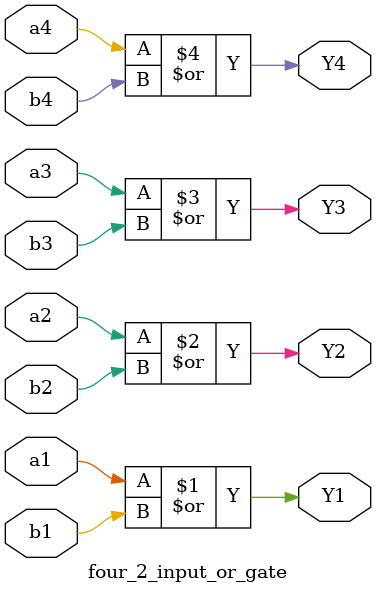
<source format=v>
`timescale 1ns / 1ps

module four_2_input_or_gate #(parameter DELAY = 10)(
    input wire a1,b1,a2,b2,a3,b3,a4,b4,
    output wire Y1,Y2,Y3,Y4
    );
    
    or #DELAY (Y1,a1,b1);
    or #DELAY (Y2,a2,b2);
    or #DELAY (Y3,a3,b3);
    or #DELAY (Y4,a4,b4);
    
endmodule

</source>
